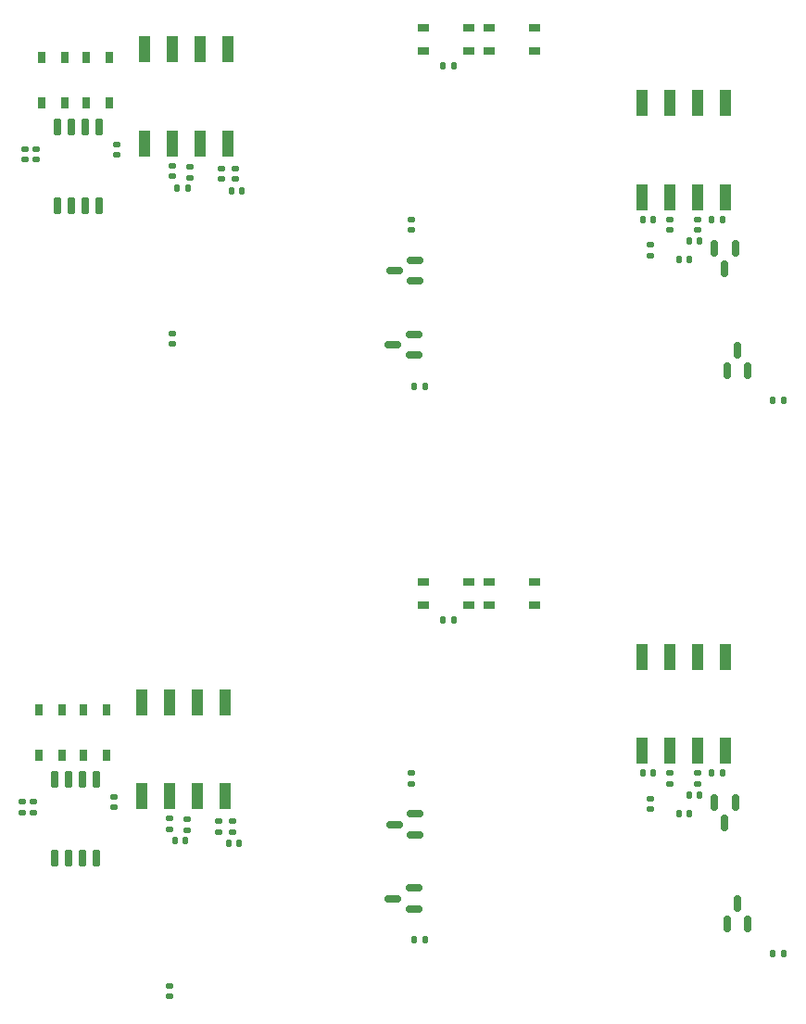
<source format=gbp>
G04 #@! TF.GenerationSoftware,KiCad,Pcbnew,7.0.5*
G04 #@! TF.CreationDate,2023-09-30T22:10:43+03:00*
G04 #@! TF.ProjectId,RP2040_minimal - Copy,52503230-3430-45f6-9d69-6e696d616c20,REV1*
G04 #@! TF.SameCoordinates,Original*
G04 #@! TF.FileFunction,Paste,Bot*
G04 #@! TF.FilePolarity,Positive*
%FSLAX46Y46*%
G04 Gerber Fmt 4.6, Leading zero omitted, Abs format (unit mm)*
G04 Created by KiCad (PCBNEW 7.0.5) date 2023-09-30 22:10:43*
%MOMM*%
%LPD*%
G01*
G04 APERTURE LIST*
G04 Aperture macros list*
%AMRoundRect*
0 Rectangle with rounded corners*
0 $1 Rounding radius*
0 $2 $3 $4 $5 $6 $7 $8 $9 X,Y pos of 4 corners*
0 Add a 4 corners polygon primitive as box body*
4,1,4,$2,$3,$4,$5,$6,$7,$8,$9,$2,$3,0*
0 Add four circle primitives for the rounded corners*
1,1,$1+$1,$2,$3*
1,1,$1+$1,$4,$5*
1,1,$1+$1,$6,$7*
1,1,$1+$1,$8,$9*
0 Add four rect primitives between the rounded corners*
20,1,$1+$1,$2,$3,$4,$5,0*
20,1,$1+$1,$4,$5,$6,$7,0*
20,1,$1+$1,$6,$7,$8,$9,0*
20,1,$1+$1,$8,$9,$2,$3,0*%
G04 Aperture macros list end*
%ADD10RoundRect,0.150000X0.150000X-0.587500X0.150000X0.587500X-0.150000X0.587500X-0.150000X-0.587500X0*%
%ADD11RoundRect,0.140000X0.140000X0.170000X-0.140000X0.170000X-0.140000X-0.170000X0.140000X-0.170000X0*%
%ADD12RoundRect,0.150000X0.587500X0.150000X-0.587500X0.150000X-0.587500X-0.150000X0.587500X-0.150000X0*%
%ADD13R,1.120000X2.440000*%
%ADD14R,1.050000X0.650000*%
%ADD15RoundRect,0.140000X-0.170000X0.140000X-0.170000X-0.140000X0.170000X-0.140000X0.170000X0.140000X0*%
%ADD16RoundRect,0.140000X-0.140000X-0.170000X0.140000X-0.170000X0.140000X0.170000X-0.140000X0.170000X0*%
%ADD17R,0.650000X1.050000*%
%ADD18RoundRect,0.150000X-0.150000X0.587500X-0.150000X-0.587500X0.150000X-0.587500X0.150000X0.587500X0*%
%ADD19RoundRect,0.140000X0.170000X-0.140000X0.170000X0.140000X-0.170000X0.140000X-0.170000X-0.140000X0*%
%ADD20RoundRect,0.150000X0.150000X-0.650000X0.150000X0.650000X-0.150000X0.650000X-0.150000X-0.650000X0*%
G04 APERTURE END LIST*
D10*
X185705408Y-104608806D03*
X183805408Y-104608806D03*
X184755408Y-102733806D03*
D11*
X181297158Y-92787806D03*
X180337158Y-92787806D03*
X183363408Y-40186903D03*
X182403408Y-40186903D03*
D12*
X155160908Y-50698903D03*
X155160908Y-52598903D03*
X153285908Y-51648903D03*
D13*
X176053408Y-29544903D03*
X178593408Y-29544903D03*
X181133408Y-29544903D03*
X183673408Y-29544903D03*
X183673408Y-38154903D03*
X181133408Y-38154903D03*
X178593408Y-38154903D03*
X176053408Y-38154903D03*
D14*
X166228408Y-73292806D03*
X162078408Y-73292806D03*
X166228408Y-75442806D03*
X162078408Y-75442806D03*
D15*
X181133408Y-90795806D03*
X181133408Y-91755806D03*
D11*
X158813408Y-76797806D03*
X157853408Y-76797806D03*
D14*
X160153408Y-73297806D03*
X156003408Y-73297806D03*
X160153408Y-75447806D03*
X156003408Y-75447806D03*
D13*
X130335071Y-92915518D03*
X132875071Y-92915518D03*
X135415071Y-92915518D03*
X137955071Y-92915518D03*
X137955071Y-84305518D03*
X135415071Y-84305518D03*
X132875071Y-84305518D03*
X130335071Y-84305518D03*
D15*
X127795071Y-93931518D03*
X127795071Y-92971518D03*
D11*
X180368408Y-94482526D03*
X179408408Y-94482526D03*
D15*
X132870071Y-95897851D03*
X132870071Y-94937851D03*
X134713593Y-35410333D03*
X134713593Y-36370333D03*
D16*
X187991408Y-56696903D03*
X188951408Y-56696903D03*
D17*
X120878071Y-84998518D03*
X120878071Y-89148518D03*
X123028071Y-84998518D03*
X123028071Y-89148518D03*
D15*
X120672593Y-33796000D03*
X120672593Y-34756000D03*
D18*
X182642158Y-93437806D03*
X184542158Y-93437806D03*
X183592158Y-95312806D03*
D16*
X176109408Y-40186903D03*
X177069408Y-40186903D03*
D19*
X176815408Y-43488903D03*
X176815408Y-42528903D03*
D11*
X139463593Y-37610333D03*
X138503593Y-37610333D03*
X183363408Y-90795806D03*
X182403408Y-90795806D03*
X138260071Y-97237851D03*
X139220071Y-97237851D03*
D19*
X132875071Y-110243518D03*
X132875071Y-111203518D03*
D16*
X187991408Y-107305806D03*
X188951408Y-107305806D03*
D18*
X182642158Y-42828903D03*
X184542158Y-42828903D03*
X183592158Y-44703903D03*
D17*
X127092071Y-89148518D03*
X127092071Y-84998518D03*
X124942071Y-89148518D03*
X124942071Y-84998518D03*
D15*
X134470071Y-95997851D03*
X134470071Y-95037851D03*
D12*
X155160908Y-101307806D03*
X155160908Y-103207806D03*
X153285908Y-102257806D03*
D15*
X137320071Y-96147851D03*
X137320071Y-95187851D03*
D14*
X160153408Y-22688903D03*
X156003408Y-22688903D03*
X160153408Y-24838903D03*
X156003408Y-24838903D03*
D17*
X123271593Y-29521000D03*
X123271593Y-25371000D03*
X121121593Y-29521000D03*
X121121593Y-25371000D03*
D12*
X155318408Y-94527806D03*
X155318408Y-96427806D03*
X153443408Y-95477806D03*
D20*
X126387593Y-38920000D03*
X125117593Y-38920000D03*
X123847593Y-38920000D03*
X122577593Y-38920000D03*
X122577593Y-31720000D03*
X123847593Y-31720000D03*
X125117593Y-31720000D03*
X126387593Y-31720000D03*
D11*
X158813408Y-26188903D03*
X157853408Y-26188903D03*
D15*
X120429071Y-94383518D03*
X120429071Y-93423518D03*
D11*
X156185408Y-55426903D03*
X155225408Y-55426903D03*
D15*
X138813593Y-35560333D03*
X138813593Y-36520333D03*
X128038593Y-33344000D03*
X128038593Y-34304000D03*
D11*
X180368408Y-43873623D03*
X179408408Y-43873623D03*
D16*
X176109408Y-90795806D03*
X177069408Y-90795806D03*
D17*
X125185593Y-25371000D03*
X125185593Y-29521000D03*
X127335593Y-25371000D03*
X127335593Y-29521000D03*
D13*
X176053408Y-80153806D03*
X178593408Y-80153806D03*
X181133408Y-80153806D03*
X183673408Y-80153806D03*
X183673408Y-88763806D03*
X181133408Y-88763806D03*
X178593408Y-88763806D03*
X176053408Y-88763806D03*
D11*
X134513593Y-37310333D03*
X133553593Y-37310333D03*
X156185408Y-106035806D03*
X155225408Y-106035806D03*
D19*
X119656593Y-34756000D03*
X119656593Y-33796000D03*
D15*
X181133408Y-40186903D03*
X181133408Y-41146903D03*
D11*
X181297158Y-42178903D03*
X180337158Y-42178903D03*
D15*
X178593408Y-90795806D03*
X178593408Y-91755806D03*
X133113593Y-35310333D03*
X133113593Y-36270333D03*
D13*
X130578593Y-24678000D03*
X133118593Y-24678000D03*
X135658593Y-24678000D03*
X138198593Y-24678000D03*
X138198593Y-33288000D03*
X135658593Y-33288000D03*
X133118593Y-33288000D03*
X130578593Y-33288000D03*
D19*
X154971408Y-41146903D03*
X154971408Y-40186903D03*
D11*
X133310071Y-96937851D03*
X134270071Y-96937851D03*
D14*
X166228408Y-22683903D03*
X162078408Y-22683903D03*
X166228408Y-24833903D03*
X162078408Y-24833903D03*
D19*
X176815408Y-94097806D03*
X176815408Y-93137806D03*
D20*
X126144071Y-91347518D03*
X124874071Y-91347518D03*
X123604071Y-91347518D03*
X122334071Y-91347518D03*
X122334071Y-98547518D03*
X123604071Y-98547518D03*
X124874071Y-98547518D03*
X126144071Y-98547518D03*
D15*
X138570071Y-96147851D03*
X138570071Y-95187851D03*
D19*
X133118593Y-51576000D03*
X133118593Y-50616000D03*
D15*
X178593408Y-40186903D03*
X178593408Y-41146903D03*
D19*
X119413071Y-93423518D03*
X119413071Y-94383518D03*
D10*
X185705408Y-53999903D03*
X183805408Y-53999903D03*
X184755408Y-52124903D03*
D15*
X137563593Y-35560333D03*
X137563593Y-36520333D03*
D19*
X154971408Y-91755806D03*
X154971408Y-90795806D03*
D12*
X155318408Y-43918903D03*
X155318408Y-45818903D03*
X153443408Y-44868903D03*
M02*

</source>
